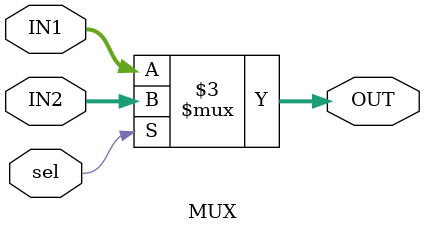
<source format=v>
module MUX #(parameter WIDTH =32)
(
input  wire  [WIDTH-1:0]           IN1,
input  wire  [WIDTH-1:0]           IN2,
output reg   [WIDTH-1:0]           OUT,
input  wire                        sel 
);

 always @(*)
  begin
   if(sel) 
    begin
      OUT=IN2;
    end
  else
    begin
      OUT=IN1;
    end                                  
  end
endmodule










</source>
